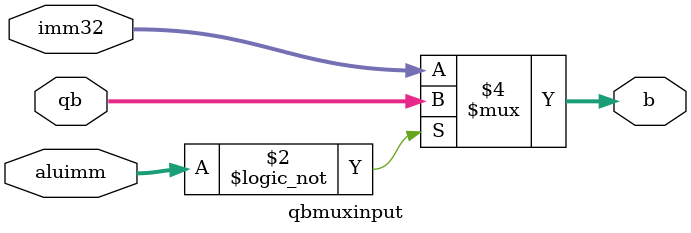
<source format=v>
`timescale 1ns / 1ps


module qbmuxinput( 
        input [31:0] qb,
        input [31:0] imm32,
        input [1:0] aluimm,
        output reg [31:0] b
    );
    
    always @(*) begin 
        if (aluimm == 1'b0) begin
            b <= qb;
        end 
        else begin
            b <= imm32;
        end
    end
endmodule

</source>
